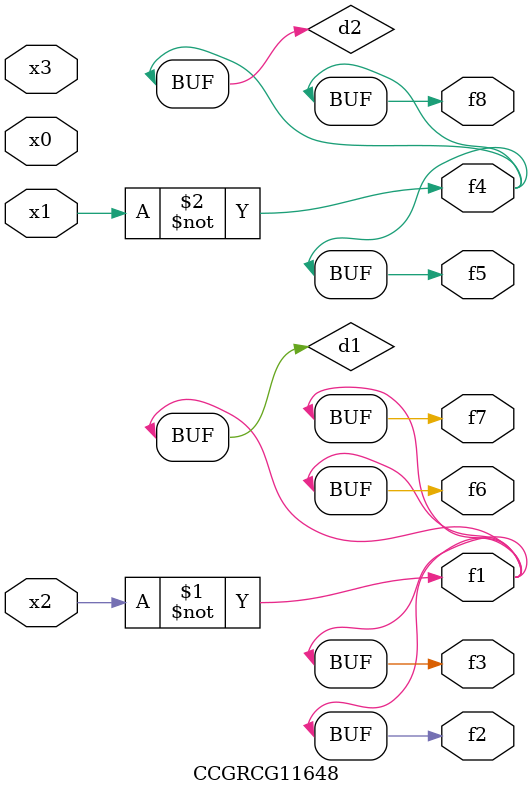
<source format=v>
module CCGRCG11648(
	input x0, x1, x2, x3,
	output f1, f2, f3, f4, f5, f6, f7, f8
);

	wire d1, d2;

	xnor (d1, x2);
	not (d2, x1);
	assign f1 = d1;
	assign f2 = d1;
	assign f3 = d1;
	assign f4 = d2;
	assign f5 = d2;
	assign f6 = d1;
	assign f7 = d1;
	assign f8 = d2;
endmodule

</source>
